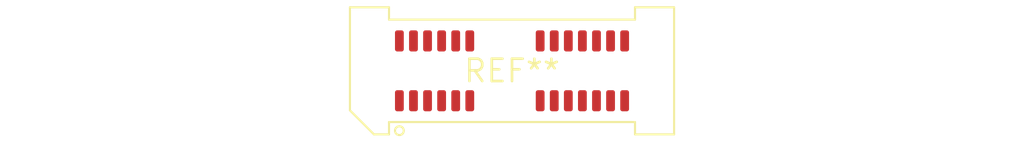
<source format=kicad_pcb>
(kicad_pcb (version 20240108) (generator pcbnew)
  (layers (0 "F.Cu" signal) (31 "B.Cu" signal) (34 "B.Paste" user) (35 "F.Paste" user) (36 "B.SilkS" user "B.Silkscreen") (37 "F.SilkS" user "F.Silkscreen") (38 "B.Mask" user) (39 "F.Mask" user) (44 "Edge.Cuts" user))
  (net 0 "")
  (footprint "Samtec_HSEC8-113-01-X-DV_2x13_P0.8mm_Pol06_Socket" (layer "F.Cu") (at 0 0)
    (property "Reference" "REF**")
    (property "Value" "Samtec_HSEC8-113-01-X-DV_2x13_P0.8mm_Pol06_Socket")
    (fp_line (start -9.21 -3.61) (end -6.99 -3.61) (layer "F.SilkS") (stroke (width 0.12)))
    (fp_line (start -9.21 2.245563) (end -9.21 -3.61) (layer "F.SilkS") (stroke (width 0.12)))
    (fp_line (start -7.845563 3.61) (end -9.21 2.245563) (layer "F.SilkS") (stroke (width 0.12)))
    (fp_line (start -6.99 -3.61) (end -6.99 -2.91) (layer "F.SilkS") (stroke (width 0.12)))
    (fp_line (start -6.99 -2.91) (end 6.99 -2.91) (layer "F.SilkS") (stroke (width 0.12)))
    (fp_line (start -6.99 2.91) (end -6.99 3.61) (layer "F.SilkS") (stroke (width 0.12)))
    (fp_line (start -6.99 3.61) (end -7.845563 3.61) (layer "F.SilkS") (stroke (width 0.12)))
    (fp_line (start 6.99 -3.61) (end 9.21 -3.61) (layer "F.SilkS") (stroke (width 0.12)))
    (fp_line (start 6.99 -2.91) (end 6.99 -3.61) (layer "F.SilkS") (stroke (width 0.12)))
    (fp_line (start 6.99 2.91) (end -6.99 2.91) (layer "F.SilkS") (stroke (width 0.12)))
    (fp_line (start 6.99 3.61) (end 6.99 2.91) (layer "F.SilkS") (stroke (width 0.12)))
    (fp_line (start 9.21 -3.61) (end 9.21 3.61) (layer "F.SilkS") (stroke (width 0.12)))
    (fp_line (start 9.21 3.61) (end 6.99 3.61) (layer "F.SilkS") (stroke (width 0.12)))
    (fp_arc (start -6.15 3.4) (mid -6.65 3.4) (end -6.15 3.4) (layer "F.SilkS") (stroke (width 0.12)))
    (pad "1" smd roundrect (at -6.4 1.7) (size 0.5 1.2) (layers "F.Cu" "F.Paste" "F.Mask"))
    (pad "2" smd roundrect (at -6.4 -1.7) (size 0.5 1.2) (layers "F.Cu" "F.Paste" "F.Mask"))
    (pad "3" smd roundrect (at -5.6 1.7) (size 0.5 1.2) (layers "F.Cu" "F.Paste" "F.Mask"))
    (pad "4" smd roundrect (at -5.6 -1.7) (size 0.5 1.2) (layers "F.Cu" "F.Paste" "F.Mask"))
    (pad "5" smd roundrect (at -4.8 1.7) (size 0.5 1.2) (layers "F.Cu" "F.Paste" "F.Mask"))
    (pad "6" smd roundrect (at -4.8 -1.7) (size 0.5 1.2) (layers "F.Cu" "F.Paste" "F.Mask"))
    (pad "7" smd roundrect (at -4 1.7) (size 0.5 1.2) (layers "F.Cu" "F.Paste" "F.Mask"))
    (pad "8" smd roundrect (at -4 -1.7) (size 0.5 1.2) (layers "F.Cu" "F.Paste" "F.Mask"))
    (pad "9" smd roundrect (at -3.2 1.7) (size 0.5 1.2) (layers "F.Cu" "F.Paste" "F.Mask"))
    (pad "10" smd roundrect (at -3.2 -1.7) (size 0.5 1.2) (layers "F.Cu" "F.Paste" "F.Mask"))
    (pad "11" smd roundrect (at -2.4 1.7) (size 0.5 1.2) (layers "F.Cu" "F.Paste" "F.Mask"))
    (pad "12" smd roundrect (at -2.4 -1.7) (size 0.5 1.2) (layers "F.Cu" "F.Paste" "F.Mask"))
    (pad "13" smd roundrect (at 1.6 1.7) (size 0.5 1.2) (layers "F.Cu" "F.Paste" "F.Mask"))
    (pad "14" smd roundrect (at 1.6 -1.7) (size 0.5 1.2) (layers "F.Cu" "F.Paste" "F.Mask"))
    (pad "15" smd roundrect (at 2.4 1.7) (size 0.5 1.2) (layers "F.Cu" "F.Paste" "F.Mask"))
    (pad "16" smd roundrect (at 2.4 -1.7) (size 0.5 1.2) (layers "F.Cu" "F.Paste" "F.Mask"))
    (pad "17" smd roundrect (at 3.2 1.7) (size 0.5 1.2) (layers "F.Cu" "F.Paste" "F.Mask"))
    (pad "18" smd roundrect (at 3.2 -1.7) (size 0.5 1.2) (layers "F.Cu" "F.Paste" "F.Mask"))
    (pad "19" smd roundrect (at 4 1.7) (size 0.5 1.2) (layers "F.Cu" "F.Paste" "F.Mask"))
    (pad "20" smd roundrect (at 4 -1.7) (size 0.5 1.2) (layers "F.Cu" "F.Paste" "F.Mask"))
    (pad "21" smd roundrect (at 4.8 1.7) (size 0.5 1.2) (layers "F.Cu" "F.Paste" "F.Mask"))
    (pad "22" smd roundrect (at 4.8 -1.7) (size 0.5 1.2) (layers "F.Cu" "F.Paste" "F.Mask"))
    (pad "23" smd roundrect (at 5.6 1.7) (size 0.5 1.2) (layers "F.Cu" "F.Paste" "F.Mask"))
    (pad "24" smd roundrect (at 5.6 -1.7) (size 0.5 1.2) (layers "F.Cu" "F.Paste" "F.Mask"))
    (pad "25" smd roundrect (at 6.4 1.7) (size 0.5 1.2) (layers "F.Cu" "F.Paste" "F.Mask"))
    (pad "26" smd roundrect (at 6.4 -1.7) (size 0.5 1.2) (layers "F.Cu" "F.Paste" "F.Mask"))
  )
)
</source>
